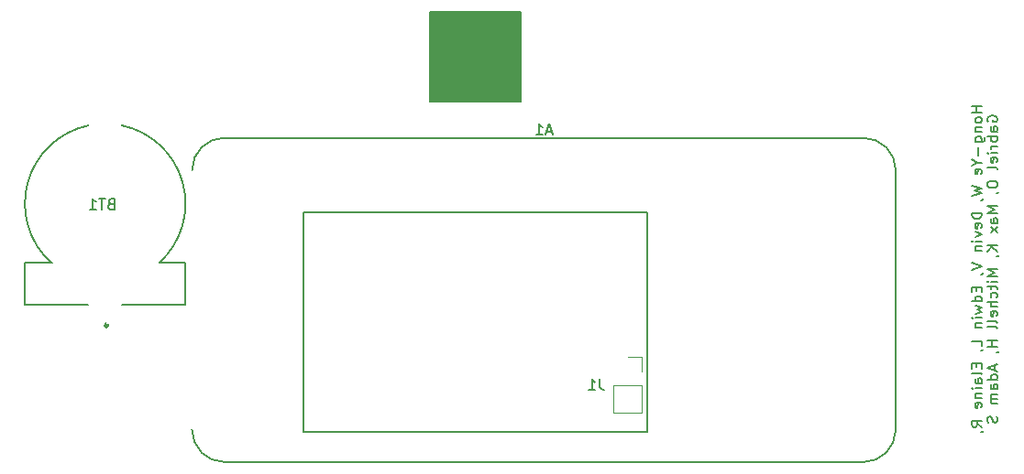
<source format=gbo>
G04 #@! TF.GenerationSoftware,KiCad,Pcbnew,(6.0.7-1)-1*
G04 #@! TF.CreationDate,2023-01-21T15:22:46-06:00*
G04 #@! TF.ProjectId,Neutro_v1,4e657574-726f-45f7-9631-2e6b69636164,v1*
G04 #@! TF.SameCoordinates,Original*
G04 #@! TF.FileFunction,Legend,Bot*
G04 #@! TF.FilePolarity,Positive*
%FSLAX46Y46*%
G04 Gerber Fmt 4.6, Leading zero omitted, Abs format (unit mm)*
G04 Created by KiCad (PCBNEW (6.0.7-1)-1) date 2023-01-21 15:22:46*
%MOMM*%
%LPD*%
G01*
G04 APERTURE LIST*
%ADD10C,0.150000*%
%ADD11C,0.200000*%
%ADD12C,0.127000*%
%ADD13C,0.300000*%
%ADD14C,0.120000*%
%ADD15C,1.500000*%
%ADD16C,2.500000*%
%ADD17C,2.250000*%
%ADD18R,1.800000X1.800000*%
%ADD19C,1.800000*%
%ADD20R,1.508000X1.508000*%
%ADD21C,1.508000*%
%ADD22C,1.300000*%
%ADD23C,1.050000*%
%ADD24R,2.300000X4.500000*%
%ADD25C,3.500000*%
%ADD26R,1.700000X1.700000*%
%ADD27O,1.700000X1.700000*%
G04 APERTURE END LIST*
D10*
X148225000Y-83550000D02*
X156575000Y-83550000D01*
X156575000Y-83550000D02*
X156575000Y-75200000D01*
X156575000Y-75200000D02*
X148225000Y-75200000D01*
X148225000Y-75200000D02*
X148225000Y-83550000D01*
G36*
X148225000Y-83550000D02*
G01*
X156575000Y-83550000D01*
X156575000Y-75200000D01*
X148225000Y-75200000D01*
X148225000Y-83550000D01*
G37*
D11*
X199182642Y-83952380D02*
X198282642Y-83952380D01*
X198711214Y-83952380D02*
X198711214Y-84523809D01*
X199182642Y-84523809D02*
X198282642Y-84523809D01*
X199182642Y-85142857D02*
X199139785Y-85047619D01*
X199096928Y-85000000D01*
X199011214Y-84952380D01*
X198754071Y-84952380D01*
X198668357Y-85000000D01*
X198625500Y-85047619D01*
X198582642Y-85142857D01*
X198582642Y-85285714D01*
X198625500Y-85380952D01*
X198668357Y-85428571D01*
X198754071Y-85476190D01*
X199011214Y-85476190D01*
X199096928Y-85428571D01*
X199139785Y-85380952D01*
X199182642Y-85285714D01*
X199182642Y-85142857D01*
X198582642Y-85904761D02*
X199182642Y-85904761D01*
X198668357Y-85904761D02*
X198625500Y-85952380D01*
X198582642Y-86047619D01*
X198582642Y-86190476D01*
X198625500Y-86285714D01*
X198711214Y-86333333D01*
X199182642Y-86333333D01*
X198582642Y-87238095D02*
X199311214Y-87238095D01*
X199396928Y-87190476D01*
X199439785Y-87142857D01*
X199482642Y-87047619D01*
X199482642Y-86904761D01*
X199439785Y-86809523D01*
X199139785Y-87238095D02*
X199182642Y-87142857D01*
X199182642Y-86952380D01*
X199139785Y-86857142D01*
X199096928Y-86809523D01*
X199011214Y-86761904D01*
X198754071Y-86761904D01*
X198668357Y-86809523D01*
X198625500Y-86857142D01*
X198582642Y-86952380D01*
X198582642Y-87142857D01*
X198625500Y-87238095D01*
X198839785Y-87714285D02*
X198839785Y-88476190D01*
X198754071Y-89142857D02*
X199182642Y-89142857D01*
X198282642Y-88809523D02*
X198754071Y-89142857D01*
X198282642Y-89476190D01*
X199139785Y-90190476D02*
X199182642Y-90095238D01*
X199182642Y-89904761D01*
X199139785Y-89809523D01*
X199054071Y-89761904D01*
X198711214Y-89761904D01*
X198625500Y-89809523D01*
X198582642Y-89904761D01*
X198582642Y-90095238D01*
X198625500Y-90190476D01*
X198711214Y-90238095D01*
X198796928Y-90238095D01*
X198882642Y-89761904D01*
X198282642Y-91333333D02*
X199182642Y-91571428D01*
X198539785Y-91761904D01*
X199182642Y-91952380D01*
X198282642Y-92190476D01*
X199139785Y-92619047D02*
X199182642Y-92619047D01*
X199268357Y-92571428D01*
X199311214Y-92523809D01*
X199182642Y-93809523D02*
X198282642Y-93809523D01*
X198282642Y-94047619D01*
X198325500Y-94190476D01*
X198411214Y-94285714D01*
X198496928Y-94333333D01*
X198668357Y-94380952D01*
X198796928Y-94380952D01*
X198968357Y-94333333D01*
X199054071Y-94285714D01*
X199139785Y-94190476D01*
X199182642Y-94047619D01*
X199182642Y-93809523D01*
X199139785Y-95190476D02*
X199182642Y-95095238D01*
X199182642Y-94904761D01*
X199139785Y-94809523D01*
X199054071Y-94761904D01*
X198711214Y-94761904D01*
X198625500Y-94809523D01*
X198582642Y-94904761D01*
X198582642Y-95095238D01*
X198625500Y-95190476D01*
X198711214Y-95238095D01*
X198796928Y-95238095D01*
X198882642Y-94761904D01*
X198582642Y-95571428D02*
X199182642Y-95809523D01*
X198582642Y-96047619D01*
X199182642Y-96428571D02*
X198582642Y-96428571D01*
X198282642Y-96428571D02*
X198325500Y-96380952D01*
X198368357Y-96428571D01*
X198325500Y-96476190D01*
X198282642Y-96428571D01*
X198368357Y-96428571D01*
X198582642Y-96904761D02*
X199182642Y-96904761D01*
X198668357Y-96904761D02*
X198625500Y-96952380D01*
X198582642Y-97047619D01*
X198582642Y-97190476D01*
X198625500Y-97285714D01*
X198711214Y-97333333D01*
X199182642Y-97333333D01*
X198282642Y-98428571D02*
X199182642Y-98761904D01*
X198282642Y-99095238D01*
X199139785Y-99476190D02*
X199182642Y-99476190D01*
X199268357Y-99428571D01*
X199311214Y-99380952D01*
X198711214Y-100666666D02*
X198711214Y-101000000D01*
X199182642Y-101142857D02*
X199182642Y-100666666D01*
X198282642Y-100666666D01*
X198282642Y-101142857D01*
X199182642Y-102000000D02*
X198282642Y-102000000D01*
X199139785Y-102000000D02*
X199182642Y-101904761D01*
X199182642Y-101714285D01*
X199139785Y-101619047D01*
X199096928Y-101571428D01*
X199011214Y-101523809D01*
X198754071Y-101523809D01*
X198668357Y-101571428D01*
X198625500Y-101619047D01*
X198582642Y-101714285D01*
X198582642Y-101904761D01*
X198625500Y-102000000D01*
X198582642Y-102380952D02*
X199182642Y-102571428D01*
X198754071Y-102761904D01*
X199182642Y-102952380D01*
X198582642Y-103142857D01*
X199182642Y-103523809D02*
X198582642Y-103523809D01*
X198282642Y-103523809D02*
X198325500Y-103476190D01*
X198368357Y-103523809D01*
X198325500Y-103571428D01*
X198282642Y-103523809D01*
X198368357Y-103523809D01*
X198582642Y-104000000D02*
X199182642Y-104000000D01*
X198668357Y-104000000D02*
X198625500Y-104047619D01*
X198582642Y-104142857D01*
X198582642Y-104285714D01*
X198625500Y-104380952D01*
X198711214Y-104428571D01*
X199182642Y-104428571D01*
X199182642Y-106142857D02*
X199182642Y-105666666D01*
X198282642Y-105666666D01*
X199139785Y-106523809D02*
X199182642Y-106523809D01*
X199268357Y-106476190D01*
X199311214Y-106428571D01*
X198711214Y-107714285D02*
X198711214Y-108047619D01*
X199182642Y-108190476D02*
X199182642Y-107714285D01*
X198282642Y-107714285D01*
X198282642Y-108190476D01*
X199182642Y-108761904D02*
X199139785Y-108666666D01*
X199054071Y-108619047D01*
X198282642Y-108619047D01*
X199182642Y-109571428D02*
X198711214Y-109571428D01*
X198625500Y-109523809D01*
X198582642Y-109428571D01*
X198582642Y-109238095D01*
X198625500Y-109142857D01*
X199139785Y-109571428D02*
X199182642Y-109476190D01*
X199182642Y-109238095D01*
X199139785Y-109142857D01*
X199054071Y-109095238D01*
X198968357Y-109095238D01*
X198882642Y-109142857D01*
X198839785Y-109238095D01*
X198839785Y-109476190D01*
X198796928Y-109571428D01*
X199182642Y-110047619D02*
X198582642Y-110047619D01*
X198282642Y-110047619D02*
X198325500Y-110000000D01*
X198368357Y-110047619D01*
X198325500Y-110095238D01*
X198282642Y-110047619D01*
X198368357Y-110047619D01*
X198582642Y-110523809D02*
X199182642Y-110523809D01*
X198668357Y-110523809D02*
X198625500Y-110571428D01*
X198582642Y-110666666D01*
X198582642Y-110809523D01*
X198625500Y-110904761D01*
X198711214Y-110952380D01*
X199182642Y-110952380D01*
X199139785Y-111809523D02*
X199182642Y-111714285D01*
X199182642Y-111523809D01*
X199139785Y-111428571D01*
X199054071Y-111380952D01*
X198711214Y-111380952D01*
X198625500Y-111428571D01*
X198582642Y-111523809D01*
X198582642Y-111714285D01*
X198625500Y-111809523D01*
X198711214Y-111857142D01*
X198796928Y-111857142D01*
X198882642Y-111380952D01*
X199182642Y-113619047D02*
X198754071Y-113285714D01*
X199182642Y-113047619D02*
X198282642Y-113047619D01*
X198282642Y-113428571D01*
X198325500Y-113523809D01*
X198368357Y-113571428D01*
X198454071Y-113619047D01*
X198582642Y-113619047D01*
X198668357Y-113571428D01*
X198711214Y-113523809D01*
X198754071Y-113428571D01*
X198754071Y-113047619D01*
X199139785Y-114095238D02*
X199182642Y-114095238D01*
X199268357Y-114047619D01*
X199311214Y-114000000D01*
X199774500Y-85357142D02*
X199731642Y-85261904D01*
X199731642Y-85119047D01*
X199774500Y-84976190D01*
X199860214Y-84880952D01*
X199945928Y-84833333D01*
X200117357Y-84785714D01*
X200245928Y-84785714D01*
X200417357Y-84833333D01*
X200503071Y-84880952D01*
X200588785Y-84976190D01*
X200631642Y-85119047D01*
X200631642Y-85214285D01*
X200588785Y-85357142D01*
X200545928Y-85404761D01*
X200245928Y-85404761D01*
X200245928Y-85214285D01*
X200631642Y-86261904D02*
X200160214Y-86261904D01*
X200074500Y-86214285D01*
X200031642Y-86119047D01*
X200031642Y-85928571D01*
X200074500Y-85833333D01*
X200588785Y-86261904D02*
X200631642Y-86166666D01*
X200631642Y-85928571D01*
X200588785Y-85833333D01*
X200503071Y-85785714D01*
X200417357Y-85785714D01*
X200331642Y-85833333D01*
X200288785Y-85928571D01*
X200288785Y-86166666D01*
X200245928Y-86261904D01*
X200631642Y-86738095D02*
X199731642Y-86738095D01*
X200074500Y-86738095D02*
X200031642Y-86833333D01*
X200031642Y-87023809D01*
X200074500Y-87119047D01*
X200117357Y-87166666D01*
X200203071Y-87214285D01*
X200460214Y-87214285D01*
X200545928Y-87166666D01*
X200588785Y-87119047D01*
X200631642Y-87023809D01*
X200631642Y-86833333D01*
X200588785Y-86738095D01*
X200631642Y-87642857D02*
X200031642Y-87642857D01*
X200203071Y-87642857D02*
X200117357Y-87690476D01*
X200074500Y-87738095D01*
X200031642Y-87833333D01*
X200031642Y-87928571D01*
X200631642Y-88261904D02*
X200031642Y-88261904D01*
X199731642Y-88261904D02*
X199774500Y-88214285D01*
X199817357Y-88261904D01*
X199774500Y-88309523D01*
X199731642Y-88261904D01*
X199817357Y-88261904D01*
X200588785Y-89119047D02*
X200631642Y-89023809D01*
X200631642Y-88833333D01*
X200588785Y-88738095D01*
X200503071Y-88690476D01*
X200160214Y-88690476D01*
X200074500Y-88738095D01*
X200031642Y-88833333D01*
X200031642Y-89023809D01*
X200074500Y-89119047D01*
X200160214Y-89166666D01*
X200245928Y-89166666D01*
X200331642Y-88690476D01*
X200631642Y-89738095D02*
X200588785Y-89642857D01*
X200503071Y-89595238D01*
X199731642Y-89595238D01*
X199731642Y-91071428D02*
X199731642Y-91261904D01*
X199774500Y-91357142D01*
X199860214Y-91452380D01*
X200031642Y-91500000D01*
X200331642Y-91500000D01*
X200503071Y-91452380D01*
X200588785Y-91357142D01*
X200631642Y-91261904D01*
X200631642Y-91071428D01*
X200588785Y-90976190D01*
X200503071Y-90880952D01*
X200331642Y-90833333D01*
X200031642Y-90833333D01*
X199860214Y-90880952D01*
X199774500Y-90976190D01*
X199731642Y-91071428D01*
X200588785Y-91976190D02*
X200631642Y-91976190D01*
X200717357Y-91928571D01*
X200760214Y-91880952D01*
X200631642Y-93166666D02*
X199731642Y-93166666D01*
X200374500Y-93500000D01*
X199731642Y-93833333D01*
X200631642Y-93833333D01*
X200631642Y-94738095D02*
X200160214Y-94738095D01*
X200074500Y-94690476D01*
X200031642Y-94595238D01*
X200031642Y-94404761D01*
X200074500Y-94309523D01*
X200588785Y-94738095D02*
X200631642Y-94642857D01*
X200631642Y-94404761D01*
X200588785Y-94309523D01*
X200503071Y-94261904D01*
X200417357Y-94261904D01*
X200331642Y-94309523D01*
X200288785Y-94404761D01*
X200288785Y-94642857D01*
X200245928Y-94738095D01*
X200631642Y-95119047D02*
X200031642Y-95642857D01*
X200031642Y-95119047D02*
X200631642Y-95642857D01*
X200631642Y-96785714D02*
X199731642Y-96785714D01*
X200631642Y-97357142D02*
X200117357Y-96928571D01*
X199731642Y-97357142D02*
X200245928Y-96785714D01*
X200588785Y-97833333D02*
X200631642Y-97833333D01*
X200717357Y-97785714D01*
X200760214Y-97738095D01*
X200631642Y-99023809D02*
X199731642Y-99023809D01*
X200374500Y-99357142D01*
X199731642Y-99690476D01*
X200631642Y-99690476D01*
X200631642Y-100166666D02*
X200031642Y-100166666D01*
X199731642Y-100166666D02*
X199774500Y-100119047D01*
X199817357Y-100166666D01*
X199774500Y-100214285D01*
X199731642Y-100166666D01*
X199817357Y-100166666D01*
X200031642Y-100500000D02*
X200031642Y-100880952D01*
X199731642Y-100642857D02*
X200503071Y-100642857D01*
X200588785Y-100690476D01*
X200631642Y-100785714D01*
X200631642Y-100880952D01*
X200588785Y-101642857D02*
X200631642Y-101547619D01*
X200631642Y-101357142D01*
X200588785Y-101261904D01*
X200545928Y-101214285D01*
X200460214Y-101166666D01*
X200203071Y-101166666D01*
X200117357Y-101214285D01*
X200074500Y-101261904D01*
X200031642Y-101357142D01*
X200031642Y-101547619D01*
X200074500Y-101642857D01*
X200631642Y-102071428D02*
X199731642Y-102071428D01*
X200631642Y-102500000D02*
X200160214Y-102500000D01*
X200074500Y-102452380D01*
X200031642Y-102357142D01*
X200031642Y-102214285D01*
X200074500Y-102119047D01*
X200117357Y-102071428D01*
X200588785Y-103357142D02*
X200631642Y-103261904D01*
X200631642Y-103071428D01*
X200588785Y-102976190D01*
X200503071Y-102928571D01*
X200160214Y-102928571D01*
X200074500Y-102976190D01*
X200031642Y-103071428D01*
X200031642Y-103261904D01*
X200074500Y-103357142D01*
X200160214Y-103404761D01*
X200245928Y-103404761D01*
X200331642Y-102928571D01*
X200631642Y-103976190D02*
X200588785Y-103880952D01*
X200503071Y-103833333D01*
X199731642Y-103833333D01*
X200631642Y-104500000D02*
X200588785Y-104404761D01*
X200503071Y-104357142D01*
X199731642Y-104357142D01*
X200631642Y-105642857D02*
X199731642Y-105642857D01*
X200160214Y-105642857D02*
X200160214Y-106214285D01*
X200631642Y-106214285D02*
X199731642Y-106214285D01*
X200588785Y-106738095D02*
X200631642Y-106738095D01*
X200717357Y-106690476D01*
X200760214Y-106642857D01*
X200374500Y-107880952D02*
X200374500Y-108357142D01*
X200631642Y-107785714D02*
X199731642Y-108119047D01*
X200631642Y-108452380D01*
X200631642Y-109214285D02*
X199731642Y-109214285D01*
X200588785Y-109214285D02*
X200631642Y-109119047D01*
X200631642Y-108928571D01*
X200588785Y-108833333D01*
X200545928Y-108785714D01*
X200460214Y-108738095D01*
X200203071Y-108738095D01*
X200117357Y-108785714D01*
X200074500Y-108833333D01*
X200031642Y-108928571D01*
X200031642Y-109119047D01*
X200074500Y-109214285D01*
X200631642Y-110119047D02*
X200160214Y-110119047D01*
X200074500Y-110071428D01*
X200031642Y-109976190D01*
X200031642Y-109785714D01*
X200074500Y-109690476D01*
X200588785Y-110119047D02*
X200631642Y-110023809D01*
X200631642Y-109785714D01*
X200588785Y-109690476D01*
X200503071Y-109642857D01*
X200417357Y-109642857D01*
X200331642Y-109690476D01*
X200288785Y-109785714D01*
X200288785Y-110023809D01*
X200245928Y-110119047D01*
X200631642Y-110595238D02*
X200031642Y-110595238D01*
X200117357Y-110595238D02*
X200074500Y-110642857D01*
X200031642Y-110738095D01*
X200031642Y-110880952D01*
X200074500Y-110976190D01*
X200160214Y-111023809D01*
X200631642Y-111023809D01*
X200160214Y-111023809D02*
X200074500Y-111071428D01*
X200031642Y-111166666D01*
X200031642Y-111309523D01*
X200074500Y-111404761D01*
X200160214Y-111452380D01*
X200631642Y-111452380D01*
X200588785Y-112642857D02*
X200631642Y-112785714D01*
X200631642Y-113023809D01*
X200588785Y-113119047D01*
X200545928Y-113166666D01*
X200460214Y-113214285D01*
X200374500Y-113214285D01*
X200288785Y-113166666D01*
X200245928Y-113119047D01*
X200203071Y-113023809D01*
X200160214Y-112833333D01*
X200117357Y-112738095D01*
X200074500Y-112690476D01*
X199988785Y-112642857D01*
X199903071Y-112642857D01*
X199817357Y-112690476D01*
X199774500Y-112738095D01*
X199731642Y-112833333D01*
X199731642Y-113071428D01*
X199774500Y-113214285D01*
D10*
X159465635Y-86272981D02*
X158988545Y-86272981D01*
X159561053Y-86559235D02*
X159227090Y-85557345D01*
X158893127Y-86559235D01*
X158034364Y-86559235D02*
X158606872Y-86559235D01*
X158320618Y-86559235D02*
X158320618Y-85557345D01*
X158416036Y-85700473D01*
X158511454Y-85795891D01*
X158606872Y-85843600D01*
X118768714Y-92967670D02*
X118625857Y-93015289D01*
X118578238Y-93062908D01*
X118530619Y-93158146D01*
X118530619Y-93301003D01*
X118578238Y-93396241D01*
X118625857Y-93443860D01*
X118721095Y-93491479D01*
X119102047Y-93491479D01*
X119102047Y-92491479D01*
X118768714Y-92491479D01*
X118673476Y-92539099D01*
X118625857Y-92586718D01*
X118578238Y-92681956D01*
X118578238Y-92777194D01*
X118625857Y-92872432D01*
X118673476Y-92920051D01*
X118768714Y-92967670D01*
X119102047Y-92967670D01*
X118244904Y-92491479D02*
X117673476Y-92491479D01*
X117959190Y-93491479D02*
X117959190Y-92491479D01*
X116816333Y-93491479D02*
X117387761Y-93491479D01*
X117102047Y-93491479D02*
X117102047Y-92491479D01*
X117197285Y-92634337D01*
X117292523Y-92729575D01*
X117387761Y-92777194D01*
X163909333Y-109180380D02*
X163909333Y-109894666D01*
X163956952Y-110037523D01*
X164052190Y-110132761D01*
X164195047Y-110180380D01*
X164290285Y-110180380D01*
X162909333Y-110180380D02*
X163480761Y-110180380D01*
X163195047Y-110180380D02*
X163195047Y-109180380D01*
X163290285Y-109323238D01*
X163385523Y-109418476D01*
X163480761Y-109466095D01*
D12*
X141750000Y-116858000D02*
X133400000Y-116858000D01*
X188250000Y-116858000D02*
X129250000Y-116858000D01*
X154350000Y-116858000D02*
X146000000Y-116858000D01*
X129250000Y-86858000D02*
X188250000Y-86858000D01*
X191250000Y-89858000D02*
X191250000Y-113858000D01*
X126250000Y-113858000D02*
G75*
G03*
X129250000Y-116858000I3000000J0D01*
G01*
X191250000Y-89858000D02*
G75*
G03*
X188250000Y-86858000I-3000001J-1D01*
G01*
X129250000Y-86858000D02*
G75*
G03*
X126250000Y-89858000I0J-3000000D01*
G01*
X188250000Y-116858000D02*
G75*
G03*
X191250000Y-113858000I-1J3000001D01*
G01*
X110837000Y-98437099D02*
X110837000Y-102287099D01*
X113312000Y-98437099D02*
X110837000Y-98437099D01*
X125637000Y-102287099D02*
X125637000Y-98437099D01*
X125637000Y-102287099D02*
X119787000Y-102287099D01*
X110837000Y-102287099D02*
X116687000Y-102287099D01*
X125637000Y-98437099D02*
X123212000Y-98437099D01*
X123212000Y-98437099D02*
G75*
G03*
X119761999Y-85712098I-4949391J5488304D01*
G01*
X116712001Y-85712098D02*
G75*
G03*
X113262000Y-98437099I1499390J-7236697D01*
G01*
D13*
X118448803Y-104212099D02*
G75*
G03*
X118448803Y-104212099I-111803J0D01*
G01*
D14*
X165167000Y-109728000D02*
X165167000Y-112328000D01*
X167827000Y-109728000D02*
X167827000Y-112328000D01*
X167827000Y-108458000D02*
X167827000Y-107128000D01*
X167827000Y-112328000D02*
X165167000Y-112328000D01*
X167827000Y-107128000D02*
X166497000Y-107128000D01*
X167827000Y-109728000D02*
X165167000Y-109728000D01*
D11*
X136525000Y-114046000D02*
X168275000Y-114046000D01*
X168275000Y-114046000D02*
X168275000Y-93726000D01*
X168275000Y-93726000D02*
X136525000Y-93726000D01*
X136525000Y-93726000D02*
X136525000Y-114046000D01*
%LPC*%
D15*
X157353000Y-127000000D03*
X145000000Y-101600000D03*
X123190000Y-73000000D03*
D16*
X198700000Y-74400000D03*
D15*
X183000000Y-82000000D03*
X142000000Y-127000000D03*
X123190000Y-91000000D03*
X197000000Y-81300000D03*
X156000000Y-101600000D03*
X162179000Y-127000000D03*
X150750000Y-101600000D03*
X147000000Y-127000000D03*
D17*
X198120000Y-121285000D03*
X200660000Y-118745000D03*
X200660000Y-123825000D03*
X195580000Y-123825000D03*
X195580000Y-118745000D03*
D15*
X123190000Y-78740000D03*
X197000000Y-86300000D03*
D16*
X106100000Y-129000000D03*
D15*
X197000000Y-96500000D03*
X183000000Y-75650000D03*
D16*
X198700000Y-129000000D03*
D15*
X197000000Y-91300000D03*
X123190000Y-85000000D03*
X152400000Y-127000000D03*
D16*
X106100000Y-74500000D03*
D18*
X175750000Y-80725000D03*
D19*
X175750000Y-83265000D03*
D15*
X123190000Y-97000000D03*
D18*
X175800000Y-74375000D03*
D19*
X175800000Y-76915000D03*
D16*
X129750000Y-90358000D03*
X129750000Y-113358000D03*
X187750000Y-113358000D03*
X187750000Y-90358000D03*
D20*
X182880000Y-91628000D03*
D21*
X182880000Y-89088000D03*
X180340000Y-91628000D03*
X180340000Y-89088000D03*
X177800000Y-91628000D03*
X177800000Y-89088000D03*
X175260000Y-91628000D03*
X175260000Y-89088000D03*
X172720000Y-91628000D03*
X172720000Y-89088000D03*
X170180000Y-91628000D03*
X170180000Y-89088000D03*
X167640000Y-91628000D03*
X167640000Y-89088000D03*
X165100000Y-91628000D03*
X165100000Y-89088000D03*
X162560000Y-91628000D03*
X162560000Y-89088000D03*
X160020000Y-91628000D03*
X160020000Y-89088000D03*
X157480000Y-91628000D03*
X157480000Y-89088000D03*
X154940000Y-91628000D03*
X154940000Y-89088000D03*
X152400000Y-91628000D03*
X152400000Y-89088000D03*
X149860000Y-91628000D03*
X149860000Y-89088000D03*
X147320000Y-91628000D03*
X147320000Y-89088000D03*
X144780000Y-91628000D03*
X144780000Y-89088000D03*
X142240000Y-91628000D03*
X142240000Y-89088000D03*
X139700000Y-91628000D03*
X139700000Y-89088000D03*
X137160000Y-91628000D03*
X137160000Y-89088000D03*
X134620000Y-91628000D03*
X134620000Y-89088000D03*
D22*
X118237000Y-96637099D03*
D23*
X118237000Y-89187099D03*
D24*
X118237000Y-84487099D03*
X118237000Y-100887099D03*
D25*
X165735000Y-100076000D03*
X139065000Y-100076000D03*
D26*
X166497000Y-108458000D03*
D27*
X166497000Y-110998000D03*
M02*

</source>
